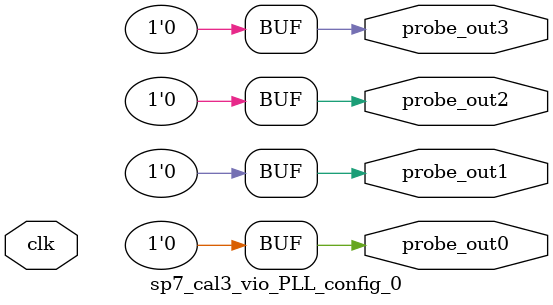
<source format=v>
`timescale 1ns / 1ps
module sp7_cal3_vio_PLL_config_0 (
clk,

probe_out0,
probe_out1,
probe_out2,
probe_out3
);

input clk;

output reg [0 : 0] probe_out0 = 'h0 ;
output reg [0 : 0] probe_out1 = 'h0 ;
output reg [0 : 0] probe_out2 = 'h0 ;
output reg [0 : 0] probe_out3 = 'h0 ;


endmodule

</source>
